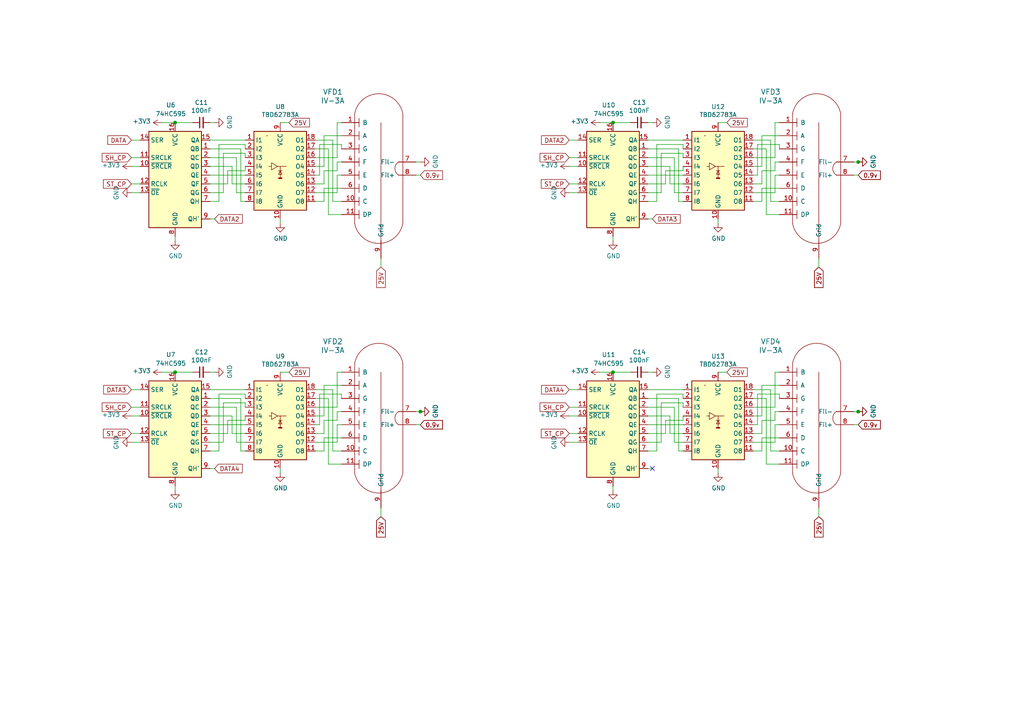
<source format=kicad_sch>
(kicad_sch (version 20211123) (generator eeschema)
  (paper "A4")
  (lib_symbols
    (symbol "74xx:74HC595"
      (property "Reference" "U" (at -7.62 13.97 0))
      (property "Value" "74HC595" (at -7.62 -16.51 0))
      (symbol "74HC595_1_0"
        (pin tri_state line (at 10.16 7.62 180) (length 2.54) (name "QB") (number "1"))
        (pin input line (at -10.16 2.54 0) (length 2.54) (name "~{SRCLR}") (number "10"))
        (pin input line (at -10.16 5.08 0) (length 2.54) (name "SRCLK") (number "11"))
        (pin input line (at -10.16 -2.54 0) (length 2.54) (name "RCLK") (number "12"))
        (pin input line (at -10.16 -5.08 0) (length 2.54) (name "~{OE}") (number "13"))
        (pin input line (at -10.16 10.16 0) (length 2.54) (name "SER") (number "14"))
        (pin tri_state line (at 10.16 10.16 180) (length 2.54) (name "QA") (number "15"))
        (pin power_in line (at 0 15.24 270) (length 2.54) (name "VCC") (number "16"))
        (pin tri_state line (at 10.16 5.08 180) (length 2.54) (name "QC") (number "2"))
        (pin tri_state line (at 10.16 2.54 180) (length 2.54) (name "QD") (number "3"))
        (pin tri_state line (at 10.16 0 180) (length 2.54) (name "QE") (number "4"))
        (pin tri_state line (at 10.16 -2.54 180) (length 2.54) (name "QF") (number "5"))
        (pin tri_state line (at 10.16 -5.08 180) (length 2.54) (name "QG") (number "6"))
        (pin tri_state line (at 10.16 -7.62 180) (length 2.54) (name "QH") (number "7"))
        (pin power_in line (at 0 -17.78 90) (length 2.54) (name "GND") (number "8"))
        (pin output line (at 10.16 -12.7 180) (length 2.54) (name "QH'") (number "9"))
      )
      (symbol "74HC595_1_1"
        (rectangle (start -7.62 12.7) (end 7.62 -15.24) (stroke (width 0.254)) (fill (type background)))
      )
    )
    (symbol "Device:C_Small" (pin_numbers hide) (pin_names (offset 0.254) hide)
      (property "Reference" "C" (at 0.254 1.778 0))
      (property "Value" "C_Small" (at 0.254 -2.032 0))
      (symbol "C_Small_0_1"
        (polyline (pts (xy -1.524 -0.508) (xy 1.524 -0.508)) (stroke (width 0.3302)))
        (polyline (pts (xy -1.524 0.508) (xy 1.524 0.508)) (stroke (width 0.3048)))
      )
      (symbol "C_Small_1_1"
        (pin passive line (at 0 2.54 270) (length 2.032) (name "~") (number "1"))
        (pin passive line (at 0 -2.54 90) (length 2.032) (name "~") (number "2"))
      )
    )
    (symbol "Transistor_Array:TBD62783A"
      (property "Reference" "U" (at -7.62 11.43 0))
      (property "Value" "TBD62783A" (at 1.27 11.43 0))
      (symbol "TBD62783A_0_1"
        (rectangle (start -7.62 10.16) (end 7.62 -12.7) (stroke (width 0.254)) (fill (type background)))
        (rectangle (start -0.508 -3.302) (end 0.508 -3.556) (fill (type outline)))
        (polyline (pts (xy -1.778 -2.794) (xy -1.778 -2.794)) (stroke (width 0.254)))
        (polyline (pts (xy -1.778 -2.032) (xy -1.778 -2.032)) (stroke (width 0.254)))
        (polyline (pts (xy -1.778 -1.27) (xy -1.778 -1.27)) (stroke (width 0.254)))
        (polyline (pts (xy -1.778 1.27) (xy -1.778 1.27)) (stroke (width 0.254)))
        (polyline (pts (xy -1.778 2.032) (xy -1.778 2.032)) (stroke (width 0.254)))
        (polyline (pts (xy -1.778 2.794) (xy -1.778 2.794)) (stroke (width 0.254)))
        (polyline (pts (xy -0.762 0) (xy 1.778 0)))
        (polyline (pts (xy -0.508 -1.27) (xy 0.508 -1.27)))
        (polyline (pts (xy 0 0) (xy 0 -3.302)))
        (polyline (pts (xy 0 0) (xy 0 0)) (stroke (width 0.508)))
        (polyline (pts (xy 0 -1.27) (xy -0.508 -2.286) (xy 0.508 -2.286) (xy 0 -1.27)))
        (polyline (pts (xy -3.302 0) (xy -2.54 0) (xy -2.54 1.016) (xy -0.762 0) (xy -2.54 -1.016) (xy -2.54 0)))
      )
      (symbol "TBD62783A_1_1"
        (pin input line (at -10.16 7.62 0) (length 2.54) (name "I1") (number "1"))
        (pin power_in line (at 0 -15.24 90) (length 2.54) (name "GND") (number "10"))
        (pin open_emitter line (at 10.16 -10.16 180) (length 2.54) (name "O8") (number "11"))
        (pin open_emitter line (at 10.16 -7.62 180) (length 2.54) (name "O7") (number "12"))
        (pin open_emitter line (at 10.16 -5.08 180) (length 2.54) (name "O6") (number "13"))
        (pin open_emitter line (at 10.16 -2.54 180) (length 2.54) (name "O5") (number "14"))
        (pin open_emitter line (at 10.16 0 180) (length 2.54) (name "O4") (number "15"))
        (pin open_emitter line (at 10.16 2.54 180) (length 2.54) (name "O3") (number "16"))
        (pin open_emitter line (at 10.16 5.08 180) (length 2.54) (name "O2") (number "17"))
        (pin open_emitter line (at 10.16 7.62 180) (length 2.54) (name "O1") (number "18"))
        (pin input line (at -10.16 5.08 0) (length 2.54) (name "I2") (number "2"))
        (pin input line (at -10.16 2.54 0) (length 2.54) (name "I3") (number "3"))
        (pin input line (at -10.16 0 0) (length 2.54) (name "I4") (number "4"))
        (pin input line (at -10.16 -2.54 0) (length 2.54) (name "I5") (number "5"))
        (pin input line (at -10.16 -5.08 0) (length 2.54) (name "I6") (number "6"))
        (pin input line (at -10.16 -7.62 0) (length 2.54) (name "I7") (number "7"))
        (pin input line (at -10.16 -10.16 0) (length 2.54) (name "I8") (number "8"))
        (pin power_in line (at 0 12.7 270) (length 2.54) (name "VCC") (number "9"))
      )
    )
    (symbol "VFD:IV-3A" (pin_names (offset 1.016))
      (property "Reference" "VFD" (at 24.13 1.27 0))
      (property "Value" "IV-3A" (at 24.13 5.08 0))
      (symbol "IV-3A_0_1"
        (circle (center -19.05 0) (radius 0.0001))
        (polyline (pts (xy 6.35 6.35) (xy 6.35 -25.4)))
        (polyline (pts (xy 7.62 -21.59) (xy 7.62 -24.13)))
        (polyline (pts (xy 7.62 -17.78) (xy 7.62 -20.32)))
        (polyline (pts (xy 7.62 -13.97) (xy 7.62 -16.51)))
        (polyline (pts (xy 7.62 -10.16) (xy 7.62 -12.7)))
        (polyline (pts (xy 7.62 -6.35) (xy 7.62 -8.89)))
        (polyline (pts (xy 7.62 -2.54) (xy 7.62 -5.08)))
        (polyline (pts (xy 7.62 1.27) (xy 7.62 -1.27)))
        (polyline (pts (xy 7.62 5.08) (xy 7.62 2.54)))
        (polyline (pts (xy 13.97 -30.48) (xy 13.97 3.81)))
        (polyline (pts (xy 20.32 -25.4) (xy 20.32 6.35)))
        (arc (start 6.35 -25.4) (mid 13.335 -31.2295) (end 20.32 -25.4))
        (arc (start 19.05 -7.62) (mid 18.0305 -9.525) (end 19.05 -11.43))
        (arc (start 20.32 6.35) (mid 13.335 12.1795) (end 6.35 6.35))
      )
      (symbol "IV-3A_1_1"
        (pin input line (at 2.54 3.81 0) (length 5.08) (name "B") (number "1"))
        (pin input line (at 2.54 -19.05 0) (length 5.08) (name "C") (number "10"))
        (pin input line (at 2.54 -22.86 0) (length 5.08) (name "DP") (number "11"))
        (pin input line (at 2.54 0 0) (length 5.08) (name "A") (number "2"))
        (pin input line (at 2.54 -3.81 0) (length 5.08) (name "G") (number "3"))
        (pin input line (at 2.54 -7.62 0) (length 5.08) (name "F") (number "4"))
        (pin input line (at 2.54 -11.43 0) (length 5.08) (name "E") (number "5"))
        (pin input line (at 2.54 -15.24 0) (length 5.08) (name "D") (number "6"))
        (pin input line (at 24.13 -7.62 180) (length 5.08) (name "Fil-") (number "7"))
        (pin input line (at 24.13 -11.43 180) (length 5.08) (name "Fil+") (number "8"))
        (pin input line (at 13.97 -35.56 90) (length 5.08) (name "Grid") (number "9"))
      )
    )
    (symbol "power:+3.3V" (power) (pin_names (offset 0))
      (property "Value" "+3.3V" (at 0 3.556 0))
      (symbol "+3.3V_0_1"
        (polyline (pts (xy -0.762 1.27) (xy 0 2.54)))
        (polyline (pts (xy 0 0) (xy 0 2.54)))
        (polyline (pts (xy 0 2.54) (xy 0.762 1.27)))
      )
      (symbol "+3.3V_1_1"
        (pin power_in line (at 0 0 90) (length 0) hide (name "+3V3") (number "1"))
      )
    )
    (symbol "power:GND" (power) (pin_names (offset 0))
      (property "Value" "GND" (at 0 -3.81 0))
      (symbol "GND_0_1"
        (polyline (pts (xy 0 0) (xy 0 -1.27) (xy 1.27 -1.27) (xy 0 -2.54) (xy -1.27 -1.27) (xy 0 -1.27)))
      )
      (symbol "GND_1_1"
        (pin power_in line (at 0 0 270) (length 0) hide (name "GND") (number "1"))
      )
    )
  )
  (junction (at 248.92 119.38))
  (junction (at 177.8 107.95))
  (junction (at 248.92 46.99))
  (junction (at 50.8 35.56))
  (junction (at 50.8 107.95))
  (junction (at 177.8 35.56))
  (junction (at 121.92 119.38))
  (no_connect (at 189.23 135.89))
  (wire (pts (xy 194.31 48.26) (xy 194.31 53.34)))
  (wire (pts (xy 97.79 128.27) (xy 97.79 123.19)))
  (wire (pts (xy 93.98 49.53) (xy 97.79 49.53)))
  (wire (pts (xy 91.44 40.64) (xy 96.52 40.64)))
  (wire (pts (xy 218.44 115.57) (xy 222.25 115.57)))
  (wire (pts (xy 121.92 46.99) (xy 120.65 46.99)))
  (wire (pts (xy 165.1 45.72) (xy 167.64 45.72)))
  (wire (pts (xy 189.23 107.95) (xy 187.96 107.95)))
  (wire (pts (xy 50.8 140.97) (xy 50.8 142.24)))
  (wire (pts (xy 64.77 55.88) (xy 64.77 44.45)))
  (wire (pts (xy 173.99 107.95) (xy 177.8 107.95)))
  (wire (pts (xy 224.79 55.88) (xy 224.79 50.8)))
  (wire (pts (xy 218.44 55.88) (xy 224.79 55.88)))
  (wire (pts (xy 91.44 123.19) (xy 92.71 123.19)))
  (wire (pts (xy 173.99 35.56) (xy 177.8 35.56)))
  (wire (pts (xy 187.96 63.5) (xy 189.23 63.5)))
  (wire (pts (xy 223.52 130.81) (xy 226.06 130.81)))
  (wire (pts (xy 187.96 50.8) (xy 198.12 50.8)))
  (wire (pts (xy 67.31 48.26) (xy 67.31 53.34)))
  (wire (pts (xy 218.44 40.64) (xy 223.52 40.64)))
  (wire (pts (xy 91.44 115.57) (xy 95.25 115.57)))
  (wire (pts (xy 187.96 113.03) (xy 198.12 113.03)))
  (wire (pts (xy 60.96 48.26) (xy 67.31 48.26)))
  (wire (pts (xy 182.88 35.56) (xy 177.8 35.56)))
  (wire (pts (xy 194.31 120.65) (xy 194.31 125.73)))
  (wire (pts (xy 60.96 40.64) (xy 71.12 40.64)))
  (wire (pts (xy 220.98 54.61) (xy 226.06 54.61)))
  (wire (pts (xy 97.79 107.95) (xy 99.06 107.95)))
  (wire (pts (xy 95.25 43.18) (xy 95.25 62.23)))
  (wire (pts (xy 187.96 43.18) (xy 196.85 43.18)))
  (wire (pts (xy 187.96 45.72) (xy 195.58 45.72)))
  (wire (pts (xy 93.98 127) (xy 99.06 127)))
  (wire (pts (xy 198.12 116.84) (xy 198.12 118.11)))
  (wire (pts (xy 193.04 49.53) (xy 198.12 49.53)))
  (wire (pts (xy 99.06 41.91) (xy 99.06 43.18)))
  (wire (pts (xy 38.1 48.26) (xy 40.64 48.26)))
  (wire (pts (xy 165.1 118.11) (xy 167.64 118.11)))
  (wire (pts (xy 208.28 64.77) (xy 208.28 63.5)))
  (wire (pts (xy 110.49 149.86) (xy 110.49 147.32)))
  (wire (pts (xy 218.44 58.42) (xy 220.98 58.42)))
  (wire (pts (xy 223.52 58.42) (xy 226.06 58.42)))
  (wire (pts (xy 68.58 45.72) (xy 68.58 55.88)))
  (wire (pts (xy 193.04 53.34) (xy 193.04 49.53)))
  (wire (pts (xy 62.23 107.95) (xy 60.96 107.95)))
  (wire (pts (xy 46.99 35.56) (xy 50.8 35.56)))
  (wire (pts (xy 38.1 40.64) (xy 40.64 40.64)))
  (wire (pts (xy 190.5 41.91) (xy 198.12 41.91)))
  (wire (pts (xy 91.44 55.88) (xy 97.79 55.88)))
  (wire (pts (xy 60.96 115.57) (xy 69.85 115.57)))
  (wire (pts (xy 60.96 113.03) (xy 71.12 113.03)))
  (wire (pts (xy 165.1 40.64) (xy 167.64 40.64)))
  (wire (pts (xy 224.79 123.19) (xy 226.06 123.19)))
  (wire (pts (xy 71.12 116.84) (xy 71.12 118.11)))
  (wire (pts (xy 93.98 121.92) (xy 97.79 121.92)))
  (wire (pts (xy 177.8 68.58) (xy 177.8 69.85)))
  (wire (pts (xy 99.06 114.3) (xy 99.06 115.57)))
  (wire (pts (xy 220.98 127) (xy 226.06 127)))
  (wire (pts (xy 81.28 137.16) (xy 81.28 135.89)))
  (wire (pts (xy 220.98 130.81) (xy 220.98 127)))
  (wire (pts (xy 92.71 123.19) (xy 92.71 114.3)))
  (wire (pts (xy 195.58 45.72) (xy 195.58 55.88)))
  (wire (pts (xy 222.25 62.23) (xy 226.06 62.23)))
  (wire (pts (xy 219.71 41.91) (xy 226.06 41.91)))
  (wire (pts (xy 97.79 50.8) (xy 99.06 50.8)))
  (wire (pts (xy 60.96 125.73) (xy 66.04 125.73)))
  (wire (pts (xy 69.85 115.57) (xy 69.85 130.81)))
  (wire (pts (xy 67.31 120.65) (xy 67.31 125.73)))
  (wire (pts (xy 97.79 35.56) (xy 99.06 35.56)))
  (wire (pts (xy 218.44 128.27) (xy 224.79 128.27)))
  (wire (pts (xy 71.12 41.91) (xy 71.12 43.18)))
  (wire (pts (xy 198.12 49.53) (xy 198.12 48.26)))
  (wire (pts (xy 93.98 120.65) (xy 93.98 111.76)))
  (wire (pts (xy 187.96 125.73) (xy 193.04 125.73)))
  (wire (pts (xy 222.25 43.18) (xy 222.25 62.23)))
  (wire (pts (xy 96.52 113.03) (xy 96.52 130.81)))
  (wire (pts (xy 97.79 55.88) (xy 97.79 50.8)))
  (wire (pts (xy 93.98 125.73) (xy 93.98 121.92)))
  (wire (pts (xy 165.1 53.34) (xy 167.64 53.34)))
  (wire (pts (xy 248.92 46.99) (xy 247.65 46.99)))
  (wire (pts (xy 121.92 123.19) (xy 120.65 123.19)))
  (wire (pts (xy 196.85 130.81) (xy 198.12 130.81)))
  (wire (pts (xy 46.99 107.95) (xy 50.8 107.95)))
  (wire (pts (xy 93.98 53.34) (xy 93.98 49.53)))
  (wire (pts (xy 97.79 121.92) (xy 97.79 119.38)))
  (wire (pts (xy 187.96 128.27) (xy 191.77 128.27)))
  (wire (pts (xy 224.79 49.53) (xy 224.79 46.99)))
  (wire (pts (xy 195.58 55.88) (xy 198.12 55.88)))
  (wire (pts (xy 226.06 41.91) (xy 226.06 43.18)))
  (wire (pts (xy 196.85 43.18) (xy 196.85 58.42)))
  (wire (pts (xy 165.1 120.65) (xy 167.64 120.65)))
  (wire (pts (xy 68.58 128.27) (xy 71.12 128.27)))
  (wire (pts (xy 165.1 128.27) (xy 167.64 128.27)))
  (wire (pts (xy 91.44 128.27) (xy 97.79 128.27)))
  (wire (pts (xy 97.79 49.53) (xy 97.79 46.99)))
  (wire (pts (xy 187.96 40.64) (xy 198.12 40.64)))
  (wire (pts (xy 196.85 115.57) (xy 196.85 130.81)))
  (wire (pts (xy 177.8 140.97) (xy 177.8 142.24)))
  (wire (pts (xy 220.98 48.26) (xy 220.98 39.37)))
  (wire (pts (xy 208.28 137.16) (xy 208.28 135.89)))
  (wire (pts (xy 210.82 35.56) (xy 208.28 35.56)))
  (wire (pts (xy 193.04 121.92) (xy 198.12 121.92)))
  (wire (pts (xy 69.85 130.81) (xy 71.12 130.81)))
  (wire (pts (xy 220.98 58.42) (xy 220.98 54.61)))
  (wire (pts (xy 121.92 119.38) (xy 120.65 119.38)))
  (wire (pts (xy 218.44 53.34) (xy 220.98 53.34)))
  (wire (pts (xy 191.77 44.45) (xy 198.12 44.45)))
  (wire (pts (xy 55.88 35.56) (xy 50.8 35.56)))
  (wire (pts (xy 66.04 49.53) (xy 71.12 49.53)))
  (wire (pts (xy 224.79 118.11) (xy 224.79 107.95)))
  (wire (pts (xy 63.5 41.91) (xy 71.12 41.91)))
  (wire (pts (xy 91.44 120.65) (xy 93.98 120.65)))
  (wire (pts (xy 187.96 135.89) (xy 189.23 135.89)))
  (wire (pts (xy 38.1 113.03) (xy 40.64 113.03)))
  (wire (pts (xy 67.31 125.73) (xy 71.12 125.73)))
  (wire (pts (xy 62.23 35.56) (xy 60.96 35.56)))
  (wire (pts (xy 63.5 130.81) (xy 63.5 114.3)))
  (wire (pts (xy 220.98 39.37) (xy 226.06 39.37)))
  (wire (pts (xy 91.44 118.11) (xy 97.79 118.11)))
  (wire (pts (xy 91.44 113.03) (xy 96.52 113.03)))
  (wire (pts (xy 60.96 58.42) (xy 63.5 58.42)))
  (wire (pts (xy 191.77 55.88) (xy 191.77 44.45)))
  (wire (pts (xy 165.1 55.88) (xy 167.64 55.88)))
  (wire (pts (xy 92.71 114.3) (xy 99.06 114.3)))
  (wire (pts (xy 220.98 49.53) (xy 224.79 49.53)))
  (wire (pts (xy 64.77 44.45) (xy 71.12 44.45)))
  (wire (pts (xy 218.44 130.81) (xy 220.98 130.81)))
  (wire (pts (xy 93.98 111.76) (xy 99.06 111.76)))
  (wire (pts (xy 93.98 130.81) (xy 93.98 127)))
  (wire (pts (xy 83.82 107.95) (xy 81.28 107.95)))
  (wire (pts (xy 60.96 130.81) (xy 63.5 130.81)))
  (wire (pts (xy 60.96 120.65) (xy 67.31 120.65)))
  (wire (pts (xy 224.79 119.38) (xy 226.06 119.38)))
  (wire (pts (xy 38.1 120.65) (xy 40.64 120.65)))
  (wire (pts (xy 219.71 123.19) (xy 219.71 114.3)))
  (wire (pts (xy 38.1 128.27) (xy 40.64 128.27)))
  (wire (pts (xy 91.44 130.81) (xy 93.98 130.81)))
  (wire (pts (xy 224.79 45.72) (xy 224.79 35.56)))
  (wire (pts (xy 69.85 58.42) (xy 71.12 58.42)))
  (wire (pts (xy 93.98 39.37) (xy 99.06 39.37)))
  (wire (pts (xy 60.96 53.34) (xy 66.04 53.34)))
  (wire (pts (xy 218.44 125.73) (xy 220.98 125.73)))
  (wire (pts (xy 220.98 120.65) (xy 220.98 111.76)))
  (wire (pts (xy 96.52 58.42) (xy 99.06 58.42)))
  (wire (pts (xy 68.58 118.11) (xy 68.58 128.27)))
  (wire (pts (xy 38.1 53.34) (xy 40.64 53.34)))
  (wire (pts (xy 91.44 45.72) (xy 97.79 45.72)))
  (wire (pts (xy 218.44 48.26) (xy 220.98 48.26)))
  (wire (pts (xy 66.04 53.34) (xy 66.04 49.53)))
  (wire (pts (xy 60.96 128.27) (xy 64.77 128.27)))
  (wire (pts (xy 91.44 53.34) (xy 93.98 53.34)))
  (wire (pts (xy 223.52 40.64) (xy 223.52 58.42)))
  (wire (pts (xy 91.44 43.18) (xy 95.25 43.18)))
  (wire (pts (xy 66.04 125.73) (xy 66.04 121.92)))
  (wire (pts (xy 66.04 121.92) (xy 71.12 121.92)))
  (wire (pts (xy 220.98 53.34) (xy 220.98 49.53)))
  (wire (pts (xy 198.12 121.92) (xy 198.12 120.65)))
  (wire (pts (xy 187.96 115.57) (xy 196.85 115.57)))
  (wire (pts (xy 190.5 130.81) (xy 190.5 114.3)))
  (wire (pts (xy 219.71 50.8) (xy 219.71 41.91)))
  (wire (pts (xy 189.23 35.56) (xy 187.96 35.56)))
  (wire (pts (xy 218.44 45.72) (xy 224.79 45.72)))
  (wire (pts (xy 71.12 121.92) (xy 71.12 120.65)))
  (wire (pts (xy 224.79 121.92) (xy 224.79 119.38)))
  (wire (pts (xy 187.96 55.88) (xy 191.77 55.88)))
  (wire (pts (xy 187.96 130.81) (xy 190.5 130.81)))
  (wire (pts (xy 55.88 107.95) (xy 50.8 107.95)))
  (wire (pts (xy 83.82 35.56) (xy 81.28 35.56)))
  (wire (pts (xy 71.12 49.53) (xy 71.12 48.26)))
  (wire (pts (xy 69.85 43.18) (xy 69.85 58.42)))
  (wire (pts (xy 121.92 50.8) (xy 120.65 50.8)))
  (wire (pts (xy 165.1 113.03) (xy 167.64 113.03)))
  (wire (pts (xy 196.85 58.42) (xy 198.12 58.42)))
  (wire (pts (xy 50.8 68.58) (xy 50.8 69.85)))
  (wire (pts (xy 97.79 123.19) (xy 99.06 123.19)))
  (wire (pts (xy 224.79 35.56) (xy 226.06 35.56)))
  (wire (pts (xy 226.06 114.3) (xy 226.06 115.57)))
  (wire (pts (xy 38.1 55.88) (xy 40.64 55.88)))
  (wire (pts (xy 224.79 107.95) (xy 226.06 107.95)))
  (wire (pts (xy 198.12 44.45) (xy 198.12 45.72)))
  (wire (pts (xy 60.96 45.72) (xy 68.58 45.72)))
  (wire (pts (xy 93.98 58.42) (xy 93.98 54.61)))
  (wire (pts (xy 187.96 123.19) (xy 198.12 123.19)))
  (wire (pts (xy 220.98 121.92) (xy 224.79 121.92)))
  (wire (pts (xy 218.44 123.19) (xy 219.71 123.19)))
  (wire (pts (xy 224.79 128.27) (xy 224.79 123.19)))
  (wire (pts (xy 38.1 45.72) (xy 40.64 45.72)))
  (wire (pts (xy 93.98 48.26) (xy 93.98 39.37)))
  (wire (pts (xy 63.5 114.3) (xy 71.12 114.3)))
  (wire (pts (xy 193.04 125.73) (xy 193.04 121.92)))
  (wire (pts (xy 91.44 58.42) (xy 93.98 58.42)))
  (wire (pts (xy 218.44 120.65) (xy 220.98 120.65)))
  (wire (pts (xy 97.79 45.72) (xy 97.79 35.56)))
  (wire (pts (xy 187.96 58.42) (xy 190.5 58.42)))
  (wire (pts (xy 218.44 43.18) (xy 222.25 43.18)))
  (wire (pts (xy 191.77 128.27) (xy 191.77 116.84)))
  (wire (pts (xy 60.96 63.5) (xy 62.23 63.5)))
  (wire (pts (xy 194.31 125.73) (xy 198.12 125.73)))
  (wire (pts (xy 96.52 130.81) (xy 99.06 130.81)))
  (wire (pts (xy 187.96 53.34) (xy 193.04 53.34)))
  (wire (pts (xy 60.96 123.19) (xy 71.12 123.19)))
  (wire (pts (xy 224.79 50.8) (xy 226.06 50.8)))
  (wire (pts (xy 248.92 123.19) (xy 247.65 123.19)))
  (wire (pts (xy 194.31 53.34) (xy 198.12 53.34)))
  (wire (pts (xy 97.79 46.99) (xy 99.06 46.99)))
  (wire (pts (xy 95.25 134.62) (xy 99.06 134.62)))
  (wire (pts (xy 60.96 43.18) (xy 69.85 43.18)))
  (wire (pts (xy 71.12 114.3) (xy 71.12 115.57)))
  (wire (pts (xy 95.25 115.57) (xy 95.25 134.62)))
  (wire (pts (xy 64.77 116.84) (xy 71.12 116.84)))
  (wire (pts (xy 165.1 48.26) (xy 167.64 48.26)))
  (wire (pts (xy 81.28 64.77) (xy 81.28 63.5)))
  (wire (pts (xy 220.98 111.76) (xy 226.06 111.76)))
  (wire (pts (xy 95.25 62.23) (xy 99.06 62.23)))
  (wire (pts (xy 93.98 54.61) (xy 99.06 54.61)))
  (wire (pts (xy 60.96 135.89) (xy 62.23 135.89)))
  (wire (pts (xy 187.96 48.26) (xy 194.31 48.26)))
  (wire (pts (xy 237.49 149.86) (xy 237.49 147.32)))
  (wire (pts (xy 210.82 107.95) (xy 208.28 107.95)))
  (wire (pts (xy 219.71 114.3) (xy 226.06 114.3)))
  (wire (pts (xy 63.5 58.42) (xy 63.5 41.91)))
  (wire (pts (xy 97.79 118.11) (xy 97.79 107.95)))
  (wire (pts (xy 198.12 114.3) (xy 198.12 115.57)))
  (wire (pts (xy 191.77 116.84) (xy 198.12 116.84)))
  (wire (pts (xy 38.1 118.11) (xy 40.64 118.11)))
  (wire (pts (xy 182.88 107.95) (xy 177.8 107.95)))
  (wire (pts (xy 71.12 44.45) (xy 71.12 45.72)))
  (wire (pts (xy 91.44 48.26) (xy 93.98 48.26)))
  (wire (pts (xy 96.52 40.64) (xy 96.52 58.42)))
  (wire (pts (xy 110.49 77.47) (xy 110.49 74.93)))
  (wire (pts (xy 187.96 118.11) (xy 195.58 118.11)))
  (wire (pts (xy 237.49 77.47) (xy 237.49 74.93)))
  (wire (pts (xy 64.77 128.27) (xy 64.77 116.84)))
  (wire (pts (xy 38.1 125.73) (xy 40.64 125.73)))
  (wire (pts (xy 248.92 119.38) (xy 247.65 119.38)))
  (wire (pts (xy 218.44 50.8) (xy 219.71 50.8)))
  (wire (pts (xy 91.44 50.8) (xy 92.71 50.8)))
  (wire (pts (xy 67.31 53.34) (xy 71.12 53.34)))
  (wire (pts (xy 91.44 125.73) (xy 93.98 125.73)))
  (wire (pts (xy 223.52 113.03) (xy 223.52 130.81)))
  (wire (pts (xy 195.58 118.11) (xy 195.58 128.27)))
  (wire (pts (xy 60.96 55.88) (xy 64.77 55.88)))
  (wire (pts (xy 190.5 114.3) (xy 198.12 114.3)))
  (wire (pts (xy 218.44 118.11) (xy 224.79 118.11)))
  (wire (pts (xy 248.92 50.8) (xy 247.65 50.8)))
  (wire (pts (xy 60.96 50.8) (xy 71.12 50.8)))
  (wire (pts (xy 187.96 120.65) (xy 194.31 120.65)))
  (wire (pts (xy 222.25 134.62) (xy 226.06 134.62)))
  (wire (pts (xy 218.44 113.03) (xy 223.52 113.03)))
  (wire (pts (xy 190.5 58.42) (xy 190.5 41.91)))
  (wire (pts (xy 195.58 128.27) (xy 198.12 128.27)))
  (wire (pts (xy 224.79 46.99) (xy 226.06 46.99)))
  (wire (pts (xy 92.71 41.91) (xy 99.06 41.91)))
  (wire (pts (xy 220.98 125.73) (xy 220.98 121.92)))
  (wire (pts (xy 92.71 50.8) (xy 92.71 41.91)))
  (wire (pts (xy 97.79 119.38) (xy 99.06 119.38)))
  (wire (pts (xy 60.96 118.11) (xy 68.58 118.11)))
  (wire (pts (xy 165.1 125.73) (xy 167.64 125.73)))
  (wire (pts (xy 68.58 55.88) (xy 71.12 55.88)))
  (wire (pts (xy 222.25 115.57) (xy 222.25 134.62)))
  (wire (pts (xy 198.12 41.91) (xy 198.12 43.18)))
  (global_label "25V" (shape input) (at 237.49 77.47 270) (property "Intersheet References" "${INTERSHEET_REFS}" (effects hide)))
  (global_label "SH_CP" (shape input) (at 165.1 118.11 180) (property "Intersheet References" "${INTERSHEET_REFS}" (effects hide)))
  (global_label "0.9v" (shape input) (at 121.92 123.19 0) (property "Intersheet References" "${INTERSHEET_REFS}" (effects hide)))
  (global_label "0.9v" (shape input) (at 248.92 50.8 0) (property "Intersheet References" "${INTERSHEET_REFS}" (effects hide)))
  (global_label "0.9v" (shape input) (at 121.92 123.19 0) (property "Intersheet References" "${INTERSHEET_REFS}" (effects hide)))
  (global_label "DATA3" (shape input) (at 189.23 63.5 0) (property "Intersheet References" "${INTERSHEET_REFS}" (effects hide)))
  (global_label "25V" (shape input) (at 210.82 35.56 0) (property "Intersheet References" "${INTERSHEET_REFS}" (effects hide)))
  (global_label "SH_CP" (shape input) (at 38.1 118.11 180) (property "Intersheet References" "${INTERSHEET_REFS}" (effects hide)))
  (global_label "DATA3" (shape input) (at 38.1 113.03 180) (property "Intersheet References" "${INTERSHEET_REFS}" (effects hide)))
  (global_label "25V" (shape input) (at 83.82 35.56 0) (property "Intersheet References" "${INTERSHEET_REFS}" (effects hide)))
  (global_label "DATA2" (shape input) (at 165.1 40.64 180) (property "Intersheet References" "${INTERSHEET_REFS}" (effects hide)))
  (global_label "SH_CP" (shape input) (at 165.1 45.72 180) (property "Intersheet References" "${INTERSHEET_REFS}" (effects hide)))
  (global_label "DATA" (shape input) (at 38.1 40.64 180) (property "Intersheet References" "${INTERSHEET_REFS}" (effects hide)))
  (global_label "ST_CP" (shape input) (at 165.1 125.73 180) (property "Intersheet References" "${INTERSHEET_REFS}" (effects hide)))
  (global_label "0.9v" (shape input) (at 248.92 50.8 0) (property "Intersheet References" "${INTERSHEET_REFS}" (effects hide)))
  (global_label "25V" (shape input) (at 110.49 149.86 270) (property "Intersheet References" "${INTERSHEET_REFS}" (effects hide)))
  (global_label "25V" (shape input) (at 83.82 107.95 0) (property "Intersheet References" "${INTERSHEET_REFS}" (effects hide)))
  (global_label "25V" (shape input) (at 110.49 149.86 270) (property "Intersheet References" "${INTERSHEET_REFS}" (effects hide)))
  (global_label "25V" (shape input) (at 237.49 149.86 270) (property "Intersheet References" "${INTERSHEET_REFS}" (effects hide)))
  (global_label "DATA4" (shape input) (at 62.23 135.89 0) (property "Intersheet References" "${INTERSHEET_REFS}" (effects hide)))
  (global_label "25V" (shape input) (at 237.49 77.47 270) (property "Intersheet References" "${INTERSHEET_REFS}" (effects hide)))
  (global_label "0.9v" (shape input) (at 121.92 50.8 0) (property "Intersheet References" "${INTERSHEET_REFS}" (effects hide)))
  (global_label "25V" (shape input) (at 237.49 149.86 270) (property "Intersheet References" "${INTERSHEET_REFS}" (effects hide)))
  (global_label "25V" (shape input) (at 110.49 77.47 270) (property "Intersheet References" "${INTERSHEET_REFS}" (effects hide)))
  (global_label "ST_CP" (shape input) (at 38.1 125.73 180) (property "Intersheet References" "${INTERSHEET_REFS}" (effects hide)))
  (global_label "DATA2" (shape input) (at 62.23 63.5 0) (property "Intersheet References" "${INTERSHEET_REFS}" (effects hide)))
  (global_label "ST_CP" (shape input) (at 165.1 53.34 180) (property "Intersheet References" "${INTERSHEET_REFS}" (effects hide)))
  (global_label "ST_CP" (shape input) (at 38.1 53.34 180) (property "Intersheet References" "${INTERSHEET_REFS}" (effects hide)))
  (global_label "SH_CP" (shape input) (at 38.1 45.72 180) (property "Intersheet References" "${INTERSHEET_REFS}" (effects hide)))
  (global_label "DATA4" (shape input) (at 165.1 113.03 180) (property "Intersheet References" "${INTERSHEET_REFS}" (effects hide)))
  (global_label "0.9v" (shape input) (at 248.92 123.19 0) (property "Intersheet References" "${INTERSHEET_REFS}" (effects hide)))
  (global_label "0.9v" (shape input) (at 248.92 123.19 0) (property "Intersheet References" "${INTERSHEET_REFS}" (effects hide)))
  (global_label "25V" (shape input) (at 210.82 107.95 0) (property "Intersheet References" "${INTERSHEET_REFS}" (effects hide)))
  (symbol (lib_id "power:GND") (at 121.92 46.99 90)
    (property "Reference" "#PWR044" (effects hide))
    (property "Value" "GND" (at 126.3142 46.863 0))
  )
  (symbol (lib_id "VFD:IV-3A") (at 96.52 39.37 0)
    (property "Reference" "VFD1" (at 96.52 26.67 0) (effects (font (size 1.524 1.524))))
    (property "Value" "IV-3A" (at 96.52 29.21 0) (effects (font (size 1.524 1.524))))
    (property "Footprint" "VFD:IV-3A" (effects hide))
  )
  (symbol (lib_id "power:GND") (at 248.92 46.99 90)
    (property "Reference" "#PWR059" (effects hide))
    (property "Value" "GND" (at 253.3142 46.863 0))
  )
  (symbol (lib_id "VFD:IV-3A") (at 223.52 39.37 0)
    (property "Reference" "VFD3" (at 223.52 26.67 0) (effects (font (size 1.524 1.524))))
    (property "Value" "IV-3A" (at 223.52 29.21 0) (effects (font (size 1.524 1.524))))
    (property "Footprint" "VFD:IV-3A" (effects hide))
  )
  (symbol (lib_id "power:GND") (at 121.92 119.38 90)
    (property "Reference" "#PWR045" (effects hide))
    (property "Value" "GND" (at 126.3142 119.253 0))
  )
  (symbol (lib_id "power:GND") (at 248.92 119.38 90)
    (property "Reference" "#PWR061" (effects hide))
    (property "Value" "GND" (at 253.3142 119.253 0))
  )
  (symbol (lib_id "VFD:IV-3A") (at 223.52 111.76 0)
    (property "Reference" "VFD4" (at 223.52 99.06 0) (effects (font (size 1.524 1.524))))
    (property "Value" "IV-3A" (at 223.52 101.6 0) (effects (font (size 1.524 1.524))))
    (property "Footprint" "VFD:IV-3A" (effects hide))
  )
  (symbol (lib_id "Transistor_Array:TBD62783A") (at 81.28 48.26 0) (unit 1)
    (property "Reference" "U8" (at 81.28 30.9626 0))
    (property "Value" "TBD62783A" (at 81.28 33.274 0))
    (property "Footprint" "Package_SO:SOIC-18W_7.5x11.6mm_P1.27mm" (effects hide))
    (property "Datasheet" "http://toshiba.semicon-storage.com/info/docget.jsp?did=30523&prodName=TBD62783APG" (effects hide))
  )
  (symbol (lib_id "power:GND") (at 81.28 64.77 0)
    (property "Reference" "#PWR042" (effects hide))
    (property "Value" "GND" (at 81.407 69.1642 0))
  )
  (symbol (lib_id "74xx:74HC595") (at 50.8 50.8 0) (unit 1)
    (property "Reference" "U6" (at 49.53 30.48 0))
    (property "Value" "74HC595" (at 49.53 33.02 0))
    (property "Footprint" "Package_SO:SOIC-16_3.9x9.9mm_P1.27mm" (effects hide))
    (property "Datasheet" "http://www.ti.com/lit/ds/symlink/sn74hc595.pdf" (effects hide))
  )
  (symbol (lib_id "power:+3.3V") (at 38.1 48.26 90) (unit 1)
    (property "Reference" "#PWR032" (effects hide))
    (property "Value" "+3.3V" (at 34.8488 47.879 90) (effects (justify left)))
  )
  (symbol (lib_id "power:+3.3V") (at 46.99 35.56 90) (unit 1)
    (property "Reference" "#PWR036" (effects hide))
    (property "Value" "+3.3V" (at 43.7388 35.179 90) (effects (justify left)))
  )
  (symbol (lib_id "power:GND") (at 62.23 35.56 90)
    (property "Reference" "#PWR040" (effects hide))
    (property "Value" "GND" (at 66.6242 35.433 0))
  )
  (symbol (lib_id "Device:C_Small") (at 58.42 35.56 90) (unit 1)
    (property "Reference" "C11" (at 58.42 29.7434 90))
    (property "Value" "100nF" (at 58.42 32.0548 90))
    (property "Footprint" "Capacitor_SMD:C_0805_2012Metric" (effects hide))
  )
  (symbol (lib_id "power:GND") (at 50.8 69.85 0)
    (property "Reference" "#PWR038" (effects hide))
    (property "Value" "GND" (at 50.927 74.2442 0))
  )
  (symbol (lib_id "power:GND") (at 38.1 55.88 270)
    (property "Reference" "#PWR033" (effects hide))
    (property "Value" "GND" (at 33.7058 56.007 0))
  )
  (symbol (lib_id "power:GND") (at 248.92 46.99 90)
    (property "Reference" "#PWR060" (effects hide))
    (property "Value" "GND" (at 253.3142 46.863 0))
  )
  (symbol (lib_id "Transistor_Array:TBD62783A") (at 208.28 48.26 0) (unit 1)
    (property "Reference" "U12" (at 208.28 30.9626 0))
    (property "Value" "TBD62783A" (at 208.28 33.274 0))
    (property "Footprint" "Package_SO:SOIC-18W_7.5x11.6mm_P1.27mm" (effects hide))
    (property "Datasheet" "http://toshiba.semicon-storage.com/info/docget.jsp?did=30523&prodName=TBD62783APG" (effects hide))
  )
  (symbol (lib_id "power:GND") (at 208.28 64.77 0)
    (property "Reference" "#PWR057" (effects hide))
    (property "Value" "GND" (at 208.407 69.1642 0))
  )
  (symbol (lib_id "74xx:74HC595") (at 177.8 50.8 0) (unit 1)
    (property "Reference" "U10" (at 176.53 30.48 0))
    (property "Value" "74HC595" (at 176.53 33.02 0))
    (property "Footprint" "Package_SO:SOIC-16_3.9x9.9mm_P1.27mm" (effects hide))
    (property "Datasheet" "http://www.ti.com/lit/ds/symlink/sn74hc595.pdf" (effects hide))
  )
  (symbol (lib_id "power:+3.3V") (at 165.1 48.26 90) (unit 1)
    (property "Reference" "#PWR047" (effects hide))
    (property "Value" "+3.3V" (at 161.8488 47.879 90) (effects (justify left)))
  )
  (symbol (lib_id "power:+3.3V") (at 173.99 35.56 90) (unit 1)
    (property "Reference" "#PWR051" (effects hide))
    (property "Value" "+3.3V" (at 170.7388 35.179 90) (effects (justify left)))
  )
  (symbol (lib_id "power:GND") (at 189.23 35.56 90)
    (property "Reference" "#PWR055" (effects hide))
    (property "Value" "GND" (at 193.6242 35.433 0))
  )
  (symbol (lib_id "Device:C_Small") (at 185.42 35.56 90) (unit 1)
    (property "Reference" "C13" (at 185.42 29.7434 90))
    (property "Value" "100nF" (at 185.42 32.0548 90))
    (property "Footprint" "Capacitor_SMD:C_0805_2012Metric" (effects hide))
  )
  (symbol (lib_id "power:GND") (at 177.8 69.85 0)
    (property "Reference" "#PWR053" (effects hide))
    (property "Value" "GND" (at 177.927 74.2442 0))
  )
  (symbol (lib_id "power:GND") (at 165.1 55.88 270)
    (property "Reference" "#PWR048" (effects hide))
    (property "Value" "GND" (at 160.7058 56.007 0))
  )
  (symbol (lib_id "power:GND") (at 248.92 119.38 90)
    (property "Reference" "#PWR062" (effects hide))
    (property "Value" "GND" (at 253.3142 119.253 0))
  )
  (symbol (lib_id "Transistor_Array:TBD62783A") (at 208.28 120.65 0) (unit 1)
    (property "Reference" "U13" (at 208.28 103.3526 0))
    (property "Value" "TBD62783A" (at 208.28 105.664 0))
    (property "Footprint" "Package_SO:SOIC-18W_7.5x11.6mm_P1.27mm" (effects hide))
    (property "Datasheet" "http://toshiba.semicon-storage.com/info/docget.jsp?did=30523&prodName=TBD62783APG" (effects hide))
  )
  (symbol (lib_id "power:GND") (at 208.28 137.16 0)
    (property "Reference" "#PWR058" (effects hide))
    (property "Value" "GND" (at 208.407 141.5542 0))
  )
  (symbol (lib_id "74xx:74HC595") (at 177.8 123.19 0) (unit 1)
    (property "Reference" "U11" (at 176.53 102.87 0))
    (property "Value" "74HC595" (at 176.53 105.41 0))
    (property "Footprint" "Package_SO:SOIC-16_3.9x9.9mm_P1.27mm" (effects hide))
    (property "Datasheet" "http://www.ti.com/lit/ds/symlink/sn74hc595.pdf" (effects hide))
  )
  (symbol (lib_id "power:+3.3V") (at 165.1 120.65 90) (unit 1)
    (property "Reference" "#PWR049" (effects hide))
    (property "Value" "+3.3V" (at 161.8488 120.269 90) (effects (justify left)))
  )
  (symbol (lib_id "power:+3.3V") (at 173.99 107.95 90) (unit 1)
    (property "Reference" "#PWR052" (effects hide))
    (property "Value" "+3.3V" (at 170.7388 107.569 90) (effects (justify left)))
  )
  (symbol (lib_id "power:GND") (at 189.23 107.95 90)
    (property "Reference" "#PWR056" (effects hide))
    (property "Value" "GND" (at 193.6242 107.823 0))
  )
  (symbol (lib_id "Device:C_Small") (at 185.42 107.95 90) (unit 1)
    (property "Reference" "C14" (at 185.42 102.1334 90))
    (property "Value" "100nF" (at 185.42 104.4448 90))
    (property "Footprint" "Capacitor_SMD:C_0805_2012Metric" (effects hide))
  )
  (symbol (lib_id "power:GND") (at 177.8 142.24 0)
    (property "Reference" "#PWR054" (effects hide))
    (property "Value" "GND" (at 177.927 146.6342 0))
  )
  (symbol (lib_id "power:GND") (at 165.1 128.27 270)
    (property "Reference" "#PWR050" (effects hide))
    (property "Value" "GND" (at 160.7058 128.397 0))
  )
  (symbol (lib_id "power:GND") (at 121.92 119.38 90)
    (property "Reference" "#PWR046" (effects hide))
    (property "Value" "GND" (at 126.3142 119.253 0))
  )
  (symbol (lib_id "VFD:IV-3A") (at 96.52 111.76 0)
    (property "Reference" "VFD2" (at 96.52 99.06 0) (effects (font (size 1.524 1.524))))
    (property "Value" "IV-3A" (at 96.52 101.6 0) (effects (font (size 1.524 1.524))))
    (property "Footprint" "VFD:IV-3A" (effects hide))
  )
  (symbol (lib_id "Transistor_Array:TBD62783A") (at 81.28 120.65 0) (unit 1)
    (property "Reference" "U9" (at 81.28 103.3526 0))
    (property "Value" "TBD62783A" (at 81.28 105.664 0))
    (property "Footprint" "Package_SO:SOIC-18W_7.5x11.6mm_P1.27mm" (effects hide))
    (property "Datasheet" "http://toshiba.semicon-storage.com/info/docget.jsp?did=30523&prodName=TBD62783APG" (effects hide))
  )
  (symbol (lib_id "power:GND") (at 81.28 137.16 0)
    (property "Reference" "#PWR043" (effects hide))
    (property "Value" "GND" (at 81.407 141.5542 0))
  )
  (symbol (lib_id "74xx:74HC595") (at 50.8 123.19 0) (unit 1)
    (property "Reference" "U7" (at 49.53 102.87 0))
    (property "Value" "74HC595" (at 49.53 105.41 0))
    (property "Footprint" "Package_SO:SOIC-16_3.9x9.9mm_P1.27mm" (effects hide))
    (property "Datasheet" "http://www.ti.com/lit/ds/symlink/sn74hc595.pdf" (effects hide))
  )
  (symbol (lib_id "power:+3.3V") (at 38.1 120.65 90) (unit 1)
    (property "Reference" "#PWR034" (effects hide))
    (property "Value" "+3.3V" (at 34.8488 120.269 90) (effects (justify left)))
  )
  (symbol (lib_id "power:+3.3V") (at 46.99 107.95 90) (unit 1)
    (property "Reference" "#PWR037" (effects hide))
    (property "Value" "+3.3V" (at 43.7388 107.569 90) (effects (justify left)))
  )
  (symbol (lib_id "power:GND") (at 62.23 107.95 90)
    (property "Reference" "#PWR041" (effects hide))
    (property "Value" "GND" (at 66.6242 107.823 0))
  )
  (symbol (lib_id "Device:C_Small") (at 58.42 107.95 90) (unit 1)
    (property "Reference" "C12" (at 58.42 102.1334 90))
    (property "Value" "100nF" (at 58.42 104.4448 90))
    (property "Footprint" "Capacitor_SMD:C_0805_2012Metric" (effects hide))
  )
  (symbol (lib_id "power:GND") (at 50.8 142.24 0)
    (property "Reference" "#PWR039" (effects hide))
    (property "Value" "GND" (at 50.927 146.6342 0))
  )
  (symbol (lib_id "power:GND") (at 38.1 128.27 270)
    (property "Reference" "#PWR035" (effects hide))
    (property "Value" "GND" (at 33.7058 128.397 0))
  )
)
</source>
